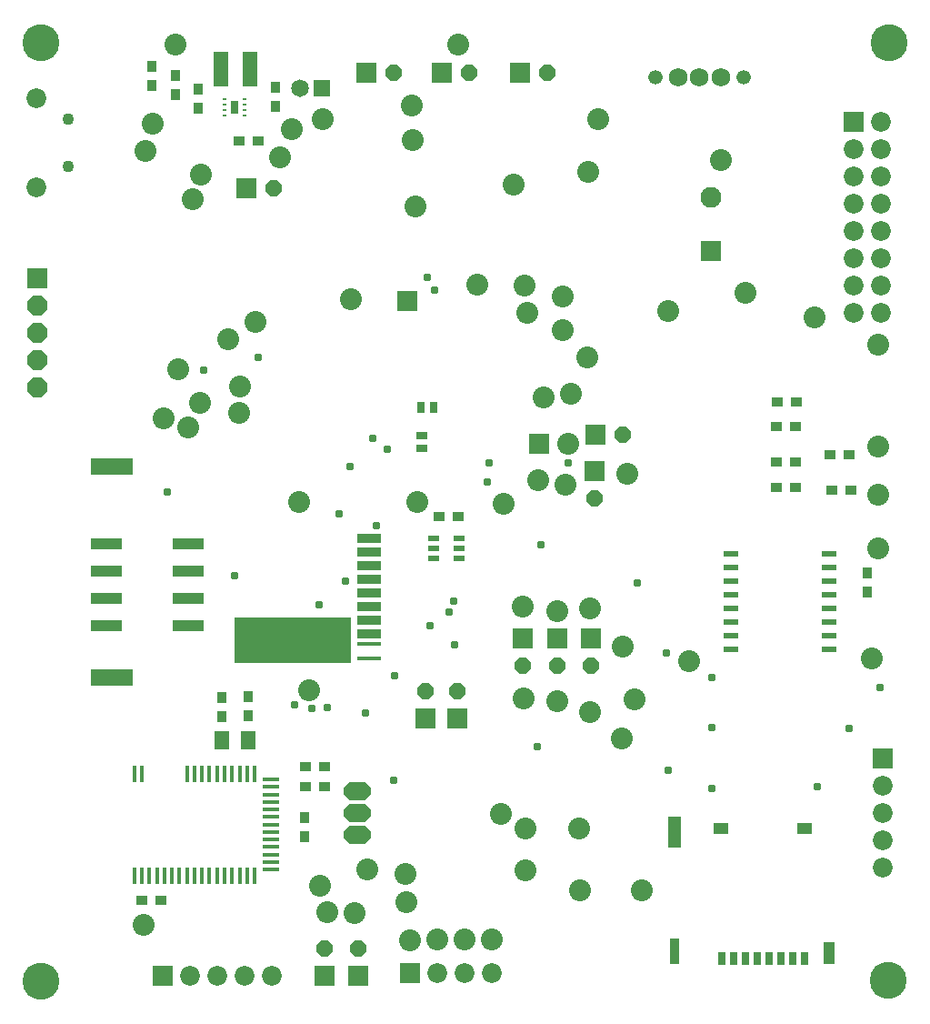
<source format=gbr>
%FSLAX35Y35*%
%MOMM*%
G04 EasyPC Gerber Version 18.0.9 Build 3640 *
%AMT17*0 Octagon Pad at angle 0*4,1,8,-0.30300,-0.73200,0.30300,-0.73200,0.73200,-0.30300,0.73200,0.30300,0.30300,0.73200,-0.30300,0.73200,-0.73200,0.30300,-0.73200,-0.30300,-0.30300,-0.73200,0*%
%ADD17T17*%
%AMT20*0 Octagon Pad at angle 0*4,1,8,-0.38090,-0.92000,0.38090,-0.92000,0.92000,-0.38090,0.92000,0.38090,0.38090,0.92000,-0.38090,0.92000,-0.92000,0.38090,-0.92000,-0.38090,-0.38090,-0.92000,0*%
%ADD20T20*%
%ADD77R,0.44000X1.64000*%
%ADD81R,0.64000X1.24000*%
%ADD84R,0.74000X1.14000*%
%ADD28R,0.74000X1.18000*%
%ADD29R,0.89000X2.44000*%
%ADD75R,0.94000X1.03000*%
%ADD74R,1.09000X2.14000*%
%ADD72R,1.24000X2.98000*%
%ADD79R,1.34000X1.69000*%
%ADD82R,1.44000X3.34000*%
%ADD15R,1.64000X1.64000*%
%ADD16R,1.84000X1.84000*%
%ADD18R,1.94000X1.94000*%
%ADD86C,0.79000*%
%ADD13C,1.09000*%
%ADD71C,1.34000*%
%ADD14C,1.64000*%
%ADD70C,1.74000*%
%ADD12C,1.84000*%
%ADD19C,1.94000*%
%ADD10C,2.04000*%
%ADD11C,3.44000*%
%AMT83*0 Chamfered Rectangle Pad at angle 90*4,1,8,1.27000,-0.33740,1.27000,0.33740,0.78740,0.82000,-0.78740,0.82000,-1.27000,0.33740,-1.27000,-0.33740,-0.78740,-0.82000,0.78740,-0.82000,1.27000,-0.33740,0*%
%ADD83T83*%
%ADD80R,0.46000X0.22000*%
%ADD78R,1.64000X0.44000*%
%ADD22R,2.24000X0.44000*%
%ADD26R,1.14000X0.54000*%
%ADD27R,1.46000X0.59000*%
%ADD85R,1.14000X0.74000*%
%ADD76R,1.03000X0.94000*%
%ADD21R,2.24000X0.94000*%
%ADD73R,1.44000X1.09000*%
%ADD24R,2.94000X1.14000*%
%ADD25R,3.94000X1.64000*%
%ADD23R,10.94000X4.34000*%
X0Y0D02*
D02*
D10*
X1236310Y786170D03*
X1257790Y7992240D03*
X1321290Y8249240D03*
X1423340Y5503130D03*
X1537190Y8985840D03*
X1562820Y5962780D03*
X1651580Y5417540D03*
X1699130Y7544610D03*
X1759360Y5645780D03*
X1768870Y7776020D03*
X2028810Y6235400D03*
X2128230Y5550680D03*
X2139760Y5801110D03*
X2279240Y6400240D03*
X2507480Y7931350D03*
X2615260Y8197630D03*
X2688170Y4720140D03*
X2783270Y2970300D03*
X2884710Y1153890D03*
X2906900Y8286390D03*
X2944940Y903460D03*
X3166840Y6609460D03*
X3201710Y897120D03*
X3325340Y1306050D03*
X3680380Y1261670D03*
X3686720Y995390D03*
X3717820Y646690D03*
X3734290Y8414340D03*
X3746990Y8096840D03*
X3772390Y7474540D03*
X3788160Y4720140D03*
X3971820Y653030D03*
X4166090Y8985840D03*
X4225620Y653030D03*
X4346080Y6748940D03*
X4479820Y653030D03*
X4561640Y1816420D03*
X4590170Y4707460D03*
X4686790Y7677740D03*
X4767690Y3746950D03*
X4774030Y2897390D03*
X4789880Y6742600D03*
X4793050Y1293370D03*
Y1683420D03*
X4808900Y6485830D03*
X4910340Y4926190D03*
X4964230Y5693740D03*
X5087860Y3712080D03*
X5094200Y2865690D03*
X5144920Y6320990D03*
Y6641160D03*
X5170280Y4884980D03*
X5189300Y5265380D03*
X5214660Y5731370D03*
X5290740Y1683280D03*
X5303420Y1106340D03*
X5366820Y6073730D03*
X5376330Y7801380D03*
X5395350Y2767420D03*
X5398520Y3731100D03*
X5474190Y8287340D03*
X5693330Y2526500D03*
X5702840Y3376060D03*
X5740880Y4989590D03*
X5813790Y2887880D03*
X5877190Y1106340D03*
X6124450Y6498510D03*
X6314650Y3246090D03*
X6613990Y7906340D03*
X6847210Y6669690D03*
X7484380Y6441450D03*
X8016940Y3268280D03*
X8080340Y5240020D03*
X8083510Y4295360D03*
Y4793050D03*
Y6184680D03*
D02*
D11*
X278970Y263120D03*
X282140Y8998540D03*
X8169640Y269460D03*
X8181780Y8998540D03*
D02*
D12*
X239710Y7650940D03*
Y8485940D03*
X1670200Y313840D03*
X1924200D03*
X2178200D03*
X2432200D03*
X3971820Y339200D03*
X4225820D03*
X4479820D03*
X7849090Y6483940D03*
Y6737940D03*
Y6991940D03*
Y7245940D03*
Y7499940D03*
Y7753940D03*
Y8007940D03*
X8103090Y6483940D03*
Y6737940D03*
Y6991940D03*
Y7245940D03*
Y7499940D03*
Y7753940D03*
Y8007940D03*
Y8261940D03*
X8121550Y1321100D03*
Y1575100D03*
Y1829100D03*
Y2083100D03*
D02*
D13*
X539710Y7845940D03*
Y8290940D03*
D02*
D14*
X2694490Y8579440D03*
D02*
D15*
X2894490D03*
D02*
D16*
X244100Y6809170D03*
X1416200Y313840D03*
X2193450Y7646050D03*
X2919580Y316810D03*
X3239750D03*
X3315190Y8719140D03*
X3689890Y6596780D03*
X3717820Y339200D03*
X3861450Y2710160D03*
X4013690Y8719140D03*
X4156260Y2710160D03*
X4743940Y8719140D03*
X4770860Y3452340D03*
X4923020Y5268550D03*
X5087860Y3452340D03*
X5408030D03*
X5439730Y5011980D03*
X5449040Y5350970D03*
X7849090Y8261940D03*
X8121550Y2337100D03*
D02*
D17*
X2447450Y7646050D03*
X2919580Y570810D03*
X3239750D03*
X3569190Y8719140D03*
X3861450Y2964160D03*
X4156260D03*
X4267690Y8719140D03*
X4770860Y3198340D03*
X4997940Y8719140D03*
X5087860Y3198340D03*
X5408030D03*
X5439730Y4757980D03*
X5703040Y5350970D03*
D02*
D18*
X6521940Y7059440D03*
D02*
D19*
Y7559440D03*
D02*
D70*
X6213990Y8674690D03*
X6413990D03*
X6613990D03*
D02*
D71*
X6003990D03*
X6823990D03*
D02*
D20*
X244100Y5793170D03*
Y6047170D03*
Y6301170D03*
Y6555170D03*
D02*
D21*
X3338020Y3499440D03*
Y3626440D03*
Y3753440D03*
Y3880440D03*
Y4007440D03*
Y4134440D03*
Y4261440D03*
Y4388440D03*
D02*
D22*
Y3269440D03*
Y3399440D03*
D02*
D23*
X2623020Y3434440D03*
D02*
D24*
X888020Y3569290D03*
Y3823290D03*
Y4077290D03*
Y4331290D03*
X1650020Y3569290D03*
Y3823290D03*
Y4077290D03*
Y4331290D03*
D02*
D25*
X938020Y3086290D03*
Y5056290D03*
D02*
D26*
X3937490Y4197190D03*
Y4292190D03*
Y4387190D03*
X4172440Y4197190D03*
Y4292190D03*
Y4387190D03*
D02*
D27*
X6710210Y3356340D03*
Y3483340D03*
Y3610340D03*
Y3737340D03*
Y3864340D03*
Y3991340D03*
Y4118340D03*
Y4245340D03*
X7618210Y3356340D03*
Y3483340D03*
Y3610340D03*
Y3737340D03*
Y3864340D03*
Y3991340D03*
Y4118340D03*
Y4245340D03*
D02*
D28*
X6621640Y474610D03*
X6731640D03*
X6841640D03*
X6951640D03*
X7061640D03*
X7171640D03*
X7281640D03*
X7391640D03*
D02*
D29*
X6187140Y537610D03*
D02*
D72*
Y1649610D03*
D02*
D73*
X6617640Y1687110D03*
X7395640D03*
D02*
D74*
X7626140Y522610D03*
D02*
D75*
X1318730Y8603250D03*
Y8781050D03*
X1531120Y8517660D03*
Y8695460D03*
X1749850Y8394030D03*
Y8571830D03*
X1965410Y2729240D03*
Y2907040D03*
X2215840Y2732410D03*
Y2910210D03*
X2466270Y8409880D03*
Y8587680D03*
X2738890Y1607060D03*
Y1784860D03*
X7982070Y3883120D03*
Y4060920D03*
D02*
D76*
X1220320Y1017580D03*
X1398120D03*
X2123770Y8086680D03*
X2301570D03*
X2741920Y2076360D03*
X2745090Y2260220D03*
X2919720Y2076360D03*
X2922890Y2260220D03*
X3987730Y4590170D03*
X4165530D03*
X7132370Y4859620D03*
Y5100540D03*
Y5427050D03*
X7135540Y5658460D03*
X7310170Y4859620D03*
Y5100540D03*
Y5427050D03*
X7313340Y5658460D03*
X7633230Y5163940D03*
X7649080Y4837430D03*
X7811030Y5163940D03*
X7826880Y4837430D03*
D02*
D77*
X1152070Y1245850D03*
Y2195850D03*
X1222070Y1245850D03*
Y2195850D03*
X1292070Y1245850D03*
X1362070D03*
X1432070D03*
X1502070D03*
X1572070D03*
X1642070D03*
Y2195850D03*
X1712070Y1245850D03*
Y2195850D03*
X1782070Y1245850D03*
Y2195850D03*
X1852070Y1245850D03*
Y2195850D03*
X1922070Y1245850D03*
Y2195850D03*
X1992070Y1245850D03*
Y2195850D03*
X2062070Y1245850D03*
Y2195850D03*
X2132070Y1245850D03*
Y2195850D03*
X2202070Y1245850D03*
Y2195850D03*
X2272070Y1245850D03*
Y2195850D03*
D02*
D78*
X2427070Y1300850D03*
Y1370850D03*
Y1440850D03*
Y1510850D03*
Y1580850D03*
Y1650850D03*
Y1720850D03*
Y1790850D03*
Y1860850D03*
Y1930850D03*
Y2000850D03*
Y2070850D03*
Y2140850D03*
D02*
D79*
X1964040Y2507480D03*
X2214040D03*
D02*
D80*
X1990970Y8322340D03*
Y8372340D03*
Y8422340D03*
Y8472340D03*
X2180970Y8322340D03*
Y8372340D03*
Y8422340D03*
Y8472340D03*
D02*
D81*
X2085970Y8397340D03*
D02*
D82*
X1957880Y8752380D03*
X2232880D03*
D02*
D83*
X3230250Y1622740D03*
Y1825940D03*
Y2029140D03*
D02*
D84*
X3823260Y5607740D03*
X3943260D03*
D02*
D85*
X3829370Y5221230D03*
Y5341230D03*
D02*
D86*
X1458210Y4815240D03*
X1800570Y5950100D03*
X2082700Y4038590D03*
X2304600Y6073730D03*
X2640620Y2837160D03*
X2808630Y2799120D03*
X2868860Y3769140D03*
X2951280Y2808630D03*
X3062230Y4612360D03*
X3116120Y3987870D03*
X3160500Y5056160D03*
X3306320Y2757910D03*
X3376060Y5319270D03*
X3404590Y4507750D03*
X3509200Y5211490D03*
X3569430Y2130250D03*
X3578940Y3109780D03*
X3876790Y6814140D03*
X3902280Y3569430D03*
X3950190Y6699840D03*
X4086140Y3699400D03*
X4124180Y3800840D03*
X4133690Y3398250D03*
X4441180Y4910340D03*
X4457030Y5087860D03*
X4904000Y2444080D03*
X4942040Y4330230D03*
X5192470Y5087860D03*
X5832810Y3972020D03*
X6108600Y3315830D03*
X6127620Y2222180D03*
X6533380Y2057340D03*
Y2621600D03*
Y3090760D03*
X7512910Y2070020D03*
X7804550Y2618430D03*
X8096190Y2995660D03*
X0Y0D02*
M02*

</source>
